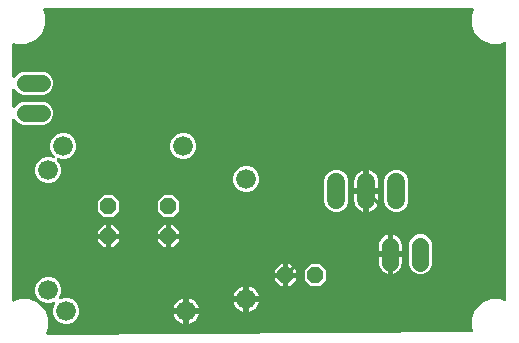
<source format=gbr>
G04 EAGLE Gerber RS-274X export*
G75*
%MOMM*%
%FSLAX34Y34*%
%LPD*%
%INBottom Copper*%
%IPPOS*%
%AMOC8*
5,1,8,0,0,1.08239X$1,22.5*%
G01*
%ADD10C,1.422400*%
%ADD11P,1.429621X8X292.500000*%
%ADD12P,1.429621X8X202.500000*%
%ADD13C,1.676400*%
%ADD14C,1.524000*%
%ADD15C,0.254000*%

G36*
X398638Y12469D02*
X398638Y12469D01*
X398684Y12475D01*
X398730Y12473D01*
X398841Y12496D01*
X398953Y12511D01*
X398996Y12528D01*
X399041Y12537D01*
X399143Y12587D01*
X399248Y12630D01*
X399285Y12657D01*
X399327Y12677D01*
X399413Y12751D01*
X399504Y12818D01*
X399534Y12854D01*
X399569Y12883D01*
X399634Y12976D01*
X399706Y13064D01*
X399725Y13106D01*
X399752Y13143D01*
X399792Y13249D01*
X399840Y13352D01*
X399848Y13398D01*
X399864Y13441D01*
X399877Y13554D01*
X399898Y13665D01*
X399895Y13711D01*
X399900Y13757D01*
X399884Y13869D01*
X399876Y13982D01*
X399862Y14026D01*
X399855Y14072D01*
X399803Y14224D01*
X398939Y16310D01*
X398939Y24330D01*
X402009Y31740D01*
X407680Y37411D01*
X415090Y40481D01*
X423110Y40481D01*
X426744Y38975D01*
X426792Y38962D01*
X426837Y38941D01*
X426945Y38921D01*
X427051Y38891D01*
X427101Y38891D01*
X427150Y38881D01*
X427259Y38888D01*
X427369Y38886D01*
X427417Y38898D01*
X427467Y38901D01*
X427571Y38935D01*
X427678Y38961D01*
X427722Y38984D01*
X427769Y38999D01*
X427862Y39058D01*
X427959Y39109D01*
X427996Y39143D01*
X428038Y39169D01*
X428113Y39249D01*
X428195Y39323D01*
X428222Y39365D01*
X428256Y39401D01*
X428309Y39497D01*
X428369Y39589D01*
X428386Y39636D01*
X428410Y39679D01*
X428437Y39786D01*
X428473Y39890D01*
X428477Y39939D01*
X428489Y39987D01*
X428499Y40148D01*
X428499Y257032D01*
X428493Y257081D01*
X428495Y257131D01*
X428473Y257238D01*
X428459Y257347D01*
X428441Y257394D01*
X428431Y257442D01*
X428383Y257541D01*
X428342Y257643D01*
X428313Y257683D01*
X428291Y257728D01*
X428220Y257811D01*
X428156Y257901D01*
X428117Y257932D01*
X428085Y257970D01*
X427995Y258033D01*
X427911Y258103D01*
X427866Y258125D01*
X427825Y258153D01*
X427722Y258192D01*
X427623Y258239D01*
X427574Y258248D01*
X427528Y258266D01*
X427418Y258278D01*
X427311Y258299D01*
X427261Y258296D01*
X427212Y258301D01*
X427103Y258286D01*
X426993Y258279D01*
X426946Y258264D01*
X426897Y258257D01*
X426744Y258205D01*
X423110Y256699D01*
X415090Y256699D01*
X407680Y259769D01*
X402009Y265440D01*
X398939Y272850D01*
X398939Y280870D01*
X400718Y285164D01*
X400731Y285212D01*
X400752Y285257D01*
X400773Y285365D01*
X400802Y285471D01*
X400803Y285521D01*
X400812Y285570D01*
X400805Y285679D01*
X400807Y285789D01*
X400795Y285837D01*
X400792Y285887D01*
X400758Y285991D01*
X400733Y286098D01*
X400710Y286142D01*
X400694Y286189D01*
X400635Y286282D01*
X400584Y286379D01*
X400551Y286416D01*
X400524Y286458D01*
X400444Y286533D01*
X400370Y286615D01*
X400329Y286642D01*
X400292Y286676D01*
X400196Y286729D01*
X400104Y286789D01*
X400057Y286806D01*
X400014Y286830D01*
X399908Y286857D01*
X399804Y286893D01*
X399754Y286897D01*
X399706Y286909D01*
X399545Y286919D01*
X37335Y286919D01*
X37285Y286913D01*
X37236Y286915D01*
X37128Y286893D01*
X37019Y286879D01*
X36973Y286861D01*
X36924Y286851D01*
X36826Y286803D01*
X36723Y286762D01*
X36683Y286733D01*
X36639Y286711D01*
X36555Y286640D01*
X36466Y286576D01*
X36434Y286537D01*
X36397Y286505D01*
X36333Y286415D01*
X36263Y286331D01*
X36242Y286286D01*
X36214Y286245D01*
X36175Y286142D01*
X36128Y286043D01*
X36118Y285994D01*
X36101Y285948D01*
X36089Y285838D01*
X36068Y285731D01*
X36071Y285681D01*
X36066Y285632D01*
X36081Y285523D01*
X36088Y285413D01*
X36103Y285366D01*
X36110Y285317D01*
X36162Y285164D01*
X37941Y280870D01*
X37941Y272850D01*
X34871Y265440D01*
X29200Y259769D01*
X21790Y256699D01*
X13770Y256699D01*
X11916Y257467D01*
X11868Y257480D01*
X11823Y257502D01*
X11715Y257522D01*
X11609Y257551D01*
X11559Y257552D01*
X11510Y257561D01*
X11401Y257555D01*
X11291Y257556D01*
X11243Y257545D01*
X11193Y257542D01*
X11089Y257508D01*
X10982Y257482D01*
X10938Y257459D01*
X10891Y257444D01*
X10798Y257385D01*
X10701Y257333D01*
X10664Y257300D01*
X10622Y257273D01*
X10547Y257193D01*
X10465Y257119D01*
X10438Y257078D01*
X10404Y257042D01*
X10351Y256946D01*
X10291Y256854D01*
X10274Y256807D01*
X10250Y256763D01*
X10223Y256657D01*
X10187Y256553D01*
X10183Y256503D01*
X10171Y256455D01*
X10161Y256295D01*
X10161Y229372D01*
X10169Y229302D01*
X10168Y229233D01*
X10189Y229145D01*
X10201Y229056D01*
X10226Y228991D01*
X10243Y228923D01*
X10285Y228844D01*
X10318Y228760D01*
X10359Y228704D01*
X10391Y228642D01*
X10452Y228576D01*
X10504Y228503D01*
X10558Y228458D01*
X10605Y228407D01*
X10680Y228358D01*
X10749Y228300D01*
X10813Y228270D01*
X10871Y228232D01*
X10956Y228203D01*
X11037Y228165D01*
X11106Y228152D01*
X11172Y228129D01*
X11261Y228122D01*
X11349Y228105D01*
X11419Y228109D01*
X11489Y228104D01*
X11577Y228119D01*
X11667Y228125D01*
X11733Y228146D01*
X11802Y228158D01*
X11884Y228195D01*
X11969Y228223D01*
X12028Y228260D01*
X12092Y228289D01*
X12162Y228345D01*
X12238Y228393D01*
X12286Y228444D01*
X12340Y228487D01*
X12394Y228559D01*
X12456Y228625D01*
X12490Y228686D01*
X12532Y228741D01*
X12603Y228886D01*
X12645Y228988D01*
X15360Y231703D01*
X18908Y233173D01*
X36972Y233173D01*
X40520Y231703D01*
X43235Y228988D01*
X44705Y225440D01*
X44705Y221600D01*
X43235Y218052D01*
X40520Y215337D01*
X36972Y213867D01*
X18908Y213867D01*
X15360Y215337D01*
X12645Y218052D01*
X12603Y218154D01*
X12568Y218215D01*
X12542Y218280D01*
X12490Y218352D01*
X12445Y218430D01*
X12397Y218480D01*
X12356Y218537D01*
X12286Y218594D01*
X12224Y218659D01*
X12164Y218695D01*
X12111Y218740D01*
X12029Y218778D01*
X11953Y218825D01*
X11886Y218846D01*
X11823Y218875D01*
X11735Y218892D01*
X11649Y218919D01*
X11579Y218922D01*
X11510Y218935D01*
X11421Y218929D01*
X11331Y218934D01*
X11263Y218920D01*
X11193Y218915D01*
X11108Y218888D01*
X11020Y218869D01*
X10957Y218839D01*
X10891Y218817D01*
X10815Y218769D01*
X10734Y218730D01*
X10681Y218684D01*
X10622Y218647D01*
X10560Y218582D01*
X10492Y218523D01*
X10452Y218466D01*
X10404Y218415D01*
X10361Y218337D01*
X10309Y218263D01*
X10284Y218198D01*
X10250Y218137D01*
X10228Y218050D01*
X10196Y217966D01*
X10188Y217897D01*
X10171Y217829D01*
X10161Y217668D01*
X10161Y203972D01*
X10169Y203902D01*
X10168Y203833D01*
X10189Y203745D01*
X10201Y203656D01*
X10226Y203591D01*
X10243Y203523D01*
X10285Y203444D01*
X10318Y203360D01*
X10359Y203304D01*
X10391Y203242D01*
X10452Y203176D01*
X10504Y203103D01*
X10558Y203058D01*
X10605Y203007D01*
X10680Y202958D01*
X10749Y202900D01*
X10813Y202870D01*
X10871Y202832D01*
X10956Y202803D01*
X11037Y202765D01*
X11106Y202752D01*
X11172Y202729D01*
X11261Y202722D01*
X11349Y202705D01*
X11419Y202709D01*
X11489Y202704D01*
X11577Y202719D01*
X11667Y202725D01*
X11733Y202746D01*
X11802Y202758D01*
X11884Y202795D01*
X11969Y202823D01*
X12028Y202860D01*
X12092Y202889D01*
X12162Y202945D01*
X12238Y202993D01*
X12286Y203044D01*
X12340Y203087D01*
X12394Y203159D01*
X12456Y203225D01*
X12490Y203286D01*
X12532Y203341D01*
X12603Y203486D01*
X12645Y203588D01*
X15360Y206303D01*
X18908Y207773D01*
X36972Y207773D01*
X40520Y206303D01*
X43235Y203588D01*
X44705Y200040D01*
X44705Y196200D01*
X43235Y192652D01*
X40520Y189937D01*
X36972Y188467D01*
X18908Y188467D01*
X15360Y189937D01*
X12645Y192652D01*
X12603Y192754D01*
X12568Y192815D01*
X12542Y192880D01*
X12490Y192952D01*
X12445Y193030D01*
X12397Y193080D01*
X12356Y193137D01*
X12286Y193194D01*
X12224Y193259D01*
X12164Y193295D01*
X12111Y193340D01*
X12029Y193378D01*
X11953Y193425D01*
X11886Y193446D01*
X11823Y193475D01*
X11735Y193492D01*
X11649Y193519D01*
X11579Y193522D01*
X11510Y193535D01*
X11421Y193529D01*
X11331Y193534D01*
X11263Y193520D01*
X11193Y193515D01*
X11108Y193488D01*
X11020Y193469D01*
X10957Y193439D01*
X10891Y193417D01*
X10815Y193369D01*
X10734Y193330D01*
X10681Y193284D01*
X10622Y193247D01*
X10560Y193182D01*
X10492Y193123D01*
X10452Y193066D01*
X10404Y193015D01*
X10361Y192937D01*
X10309Y192863D01*
X10284Y192798D01*
X10250Y192737D01*
X10228Y192650D01*
X10196Y192566D01*
X10188Y192497D01*
X10171Y192429D01*
X10161Y192268D01*
X10161Y39833D01*
X10167Y39784D01*
X10165Y39734D01*
X10187Y39627D01*
X10201Y39518D01*
X10219Y39471D01*
X10229Y39423D01*
X10277Y39324D01*
X10318Y39222D01*
X10347Y39182D01*
X10369Y39137D01*
X10440Y39054D01*
X10504Y38965D01*
X10543Y38933D01*
X10575Y38895D01*
X10665Y38832D01*
X10749Y38762D01*
X10794Y38741D01*
X10835Y38712D01*
X10938Y38673D01*
X11037Y38626D01*
X11086Y38617D01*
X11132Y38599D01*
X11242Y38587D01*
X11349Y38567D01*
X11399Y38570D01*
X11448Y38564D01*
X11557Y38580D01*
X11667Y38586D01*
X11714Y38602D01*
X11763Y38609D01*
X11916Y38661D01*
X16310Y40481D01*
X24330Y40481D01*
X31740Y37411D01*
X37411Y31740D01*
X40481Y24330D01*
X40481Y16310D01*
X38756Y12147D01*
X38742Y12096D01*
X38720Y12047D01*
X38701Y11943D01*
X38673Y11840D01*
X38672Y11787D01*
X38662Y11735D01*
X38669Y11629D01*
X38667Y11522D01*
X38680Y11470D01*
X38684Y11417D01*
X38717Y11316D01*
X38742Y11213D01*
X38767Y11166D01*
X38783Y11115D01*
X38841Y11026D01*
X38890Y10932D01*
X38926Y10893D01*
X38955Y10848D01*
X39033Y10775D01*
X39104Y10697D01*
X39149Y10667D01*
X39188Y10631D01*
X39281Y10580D01*
X39370Y10522D01*
X39420Y10505D01*
X39467Y10479D01*
X39570Y10453D01*
X39671Y10419D01*
X39724Y10414D01*
X39776Y10401D01*
X39936Y10392D01*
X398638Y12469D01*
G37*
%LPC*%
G36*
X53707Y19557D02*
X53707Y19557D01*
X49693Y21220D01*
X46620Y24293D01*
X44957Y28307D01*
X44957Y32653D01*
X46571Y36549D01*
X46608Y36683D01*
X46649Y36816D01*
X46650Y36836D01*
X46655Y36856D01*
X46657Y36995D01*
X46664Y37133D01*
X46660Y37153D01*
X46660Y37174D01*
X46628Y37309D01*
X46600Y37445D01*
X46591Y37463D01*
X46586Y37483D01*
X46521Y37606D01*
X46460Y37731D01*
X46447Y37746D01*
X46437Y37764D01*
X46344Y37867D01*
X46254Y37973D01*
X46237Y37984D01*
X46223Y37999D01*
X46107Y38076D01*
X45993Y38156D01*
X45975Y38163D01*
X45958Y38174D01*
X45826Y38219D01*
X45696Y38268D01*
X45676Y38271D01*
X45657Y38277D01*
X45518Y38288D01*
X45380Y38304D01*
X45360Y38301D01*
X45340Y38302D01*
X45203Y38279D01*
X45065Y38259D01*
X45039Y38250D01*
X45026Y38248D01*
X45008Y38240D01*
X44913Y38207D01*
X42813Y37337D01*
X38467Y37337D01*
X34453Y39000D01*
X31380Y42073D01*
X29717Y46087D01*
X29717Y50433D01*
X31380Y54447D01*
X34453Y57520D01*
X38467Y59183D01*
X42813Y59183D01*
X46827Y57520D01*
X49900Y54447D01*
X51563Y50433D01*
X51563Y46087D01*
X49949Y42191D01*
X49912Y42057D01*
X49871Y41924D01*
X49870Y41904D01*
X49865Y41884D01*
X49863Y41745D01*
X49856Y41607D01*
X49860Y41587D01*
X49860Y41566D01*
X49892Y41430D01*
X49920Y41295D01*
X49929Y41277D01*
X49934Y41257D01*
X50000Y41133D01*
X50060Y41009D01*
X50073Y40994D01*
X50083Y40976D01*
X50176Y40873D01*
X50267Y40767D01*
X50283Y40756D01*
X50297Y40741D01*
X50413Y40664D01*
X50527Y40584D01*
X50545Y40577D01*
X50562Y40566D01*
X50694Y40521D01*
X50824Y40472D01*
X50844Y40469D01*
X50863Y40463D01*
X51002Y40452D01*
X51140Y40436D01*
X51160Y40439D01*
X51180Y40438D01*
X51317Y40461D01*
X51455Y40481D01*
X51481Y40490D01*
X51494Y40492D01*
X51512Y40500D01*
X51607Y40533D01*
X53707Y41403D01*
X58053Y41403D01*
X62067Y39740D01*
X65140Y36667D01*
X66803Y32653D01*
X66803Y28307D01*
X65140Y24293D01*
X62067Y21220D01*
X58053Y19557D01*
X53707Y19557D01*
G37*
%LPD*%
%LPC*%
G36*
X38467Y138937D02*
X38467Y138937D01*
X34453Y140600D01*
X31380Y143673D01*
X29717Y147687D01*
X29717Y152033D01*
X31380Y156047D01*
X34453Y159120D01*
X38467Y160783D01*
X42813Y160783D01*
X44561Y160058D01*
X44628Y160040D01*
X44692Y160012D01*
X44781Y159998D01*
X44868Y159975D01*
X44938Y159973D01*
X45007Y159962D01*
X45096Y159971D01*
X45186Y159969D01*
X45254Y159986D01*
X45323Y159992D01*
X45408Y160023D01*
X45495Y160044D01*
X45557Y160076D01*
X45622Y160100D01*
X45697Y160150D01*
X45776Y160192D01*
X45828Y160239D01*
X45886Y160278D01*
X45945Y160346D01*
X46012Y160406D01*
X46050Y160465D01*
X46096Y160517D01*
X46137Y160597D01*
X46186Y160672D01*
X46209Y160738D01*
X46241Y160800D01*
X46260Y160888D01*
X46290Y160973D01*
X46295Y161042D01*
X46310Y161110D01*
X46308Y161200D01*
X46315Y161290D01*
X46303Y161359D01*
X46301Y161428D01*
X46276Y161515D01*
X46260Y161603D01*
X46232Y161667D01*
X46212Y161734D01*
X46167Y161811D01*
X46130Y161893D01*
X46086Y161948D01*
X46051Y162008D01*
X45944Y162129D01*
X44080Y163993D01*
X42417Y168007D01*
X42417Y172353D01*
X44080Y176367D01*
X47153Y179440D01*
X51167Y181103D01*
X55513Y181103D01*
X59527Y179440D01*
X62600Y176367D01*
X64263Y172353D01*
X64263Y168007D01*
X62600Y163993D01*
X59527Y160920D01*
X55513Y159257D01*
X51167Y159257D01*
X49419Y159982D01*
X49352Y160000D01*
X49288Y160028D01*
X49199Y160042D01*
X49112Y160065D01*
X49042Y160067D01*
X48973Y160078D01*
X48884Y160069D01*
X48794Y160071D01*
X48726Y160054D01*
X48657Y160048D01*
X48572Y160017D01*
X48485Y159996D01*
X48423Y159964D01*
X48358Y159940D01*
X48283Y159890D01*
X48204Y159848D01*
X48152Y159801D01*
X48094Y159762D01*
X48035Y159694D01*
X47968Y159634D01*
X47930Y159575D01*
X47884Y159523D01*
X47843Y159443D01*
X47794Y159368D01*
X47771Y159302D01*
X47739Y159240D01*
X47720Y159152D01*
X47690Y159067D01*
X47685Y158998D01*
X47670Y158930D01*
X47672Y158840D01*
X47665Y158750D01*
X47677Y158681D01*
X47679Y158612D01*
X47704Y158525D01*
X47720Y158437D01*
X47748Y158373D01*
X47768Y158306D01*
X47813Y158229D01*
X47850Y158147D01*
X47894Y158092D01*
X47929Y158032D01*
X48036Y157911D01*
X49900Y156047D01*
X51563Y152033D01*
X51563Y147687D01*
X49900Y143673D01*
X46827Y140600D01*
X42813Y138937D01*
X38467Y138937D01*
G37*
%LPD*%
%LPC*%
G36*
X333259Y114299D02*
X333259Y114299D01*
X329524Y115846D01*
X326666Y118704D01*
X325119Y122439D01*
X325119Y141721D01*
X326666Y145456D01*
X329524Y148314D01*
X333259Y149861D01*
X337301Y149861D01*
X341036Y148314D01*
X343894Y145456D01*
X345441Y141721D01*
X345441Y122439D01*
X343894Y118704D01*
X341036Y115846D01*
X337301Y114299D01*
X333259Y114299D01*
G37*
%LPD*%
%LPC*%
G36*
X282459Y114299D02*
X282459Y114299D01*
X278724Y115846D01*
X275866Y118704D01*
X274319Y122439D01*
X274319Y141721D01*
X275866Y145456D01*
X278724Y148314D01*
X282459Y149861D01*
X286501Y149861D01*
X290236Y148314D01*
X293094Y145456D01*
X294641Y141721D01*
X294641Y122439D01*
X293094Y118704D01*
X290236Y115846D01*
X286501Y114299D01*
X282459Y114299D01*
G37*
%LPD*%
%LPC*%
G36*
X353680Y61975D02*
X353680Y61975D01*
X350132Y63445D01*
X347417Y66160D01*
X345947Y69708D01*
X345947Y87772D01*
X347417Y91320D01*
X350132Y94035D01*
X353680Y95505D01*
X357520Y95505D01*
X361068Y94035D01*
X363783Y91320D01*
X365253Y87772D01*
X365253Y69708D01*
X363783Y66160D01*
X361068Y63445D01*
X357520Y61975D01*
X353680Y61975D01*
G37*
%LPD*%
%LPC*%
G36*
X152767Y159257D02*
X152767Y159257D01*
X148753Y160920D01*
X145680Y163993D01*
X144017Y168007D01*
X144017Y172353D01*
X145680Y176367D01*
X148753Y179440D01*
X152767Y181103D01*
X157113Y181103D01*
X161127Y179440D01*
X164200Y176367D01*
X165863Y172353D01*
X165863Y168007D01*
X164200Y163993D01*
X161127Y160920D01*
X157113Y159257D01*
X152767Y159257D01*
G37*
%LPD*%
%LPC*%
G36*
X206107Y131317D02*
X206107Y131317D01*
X202093Y132980D01*
X199020Y136053D01*
X197357Y140067D01*
X197357Y144413D01*
X199020Y148427D01*
X202093Y151500D01*
X206107Y153163D01*
X210453Y153163D01*
X214467Y151500D01*
X217540Y148427D01*
X219203Y144413D01*
X219203Y140067D01*
X217540Y136053D01*
X214467Y132980D01*
X210453Y131317D01*
X206107Y131317D01*
G37*
%LPD*%
%LPC*%
G36*
X138452Y110235D02*
X138452Y110235D01*
X133095Y115592D01*
X133095Y123168D01*
X138452Y128525D01*
X146028Y128525D01*
X151385Y123168D01*
X151385Y115592D01*
X146028Y110235D01*
X138452Y110235D01*
G37*
%LPD*%
%LPC*%
G36*
X87652Y110235D02*
X87652Y110235D01*
X82295Y115592D01*
X82295Y123168D01*
X87652Y128525D01*
X95228Y128525D01*
X100585Y123168D01*
X100585Y115592D01*
X95228Y110235D01*
X87652Y110235D01*
G37*
%LPD*%
%LPC*%
G36*
X262912Y51815D02*
X262912Y51815D01*
X257555Y57172D01*
X257555Y64748D01*
X262912Y70105D01*
X270488Y70105D01*
X275845Y64748D01*
X275845Y57172D01*
X270488Y51815D01*
X262912Y51815D01*
G37*
%LPD*%
%LPC*%
G36*
X312419Y134619D02*
X312419Y134619D01*
X312419Y149559D01*
X313780Y149116D01*
X315205Y148390D01*
X316499Y147450D01*
X317630Y146319D01*
X318570Y145025D01*
X319296Y143600D01*
X319791Y142079D01*
X320041Y140500D01*
X320041Y134619D01*
X312419Y134619D01*
G37*
%LPD*%
%LPC*%
G36*
X312419Y129541D02*
X312419Y129541D01*
X320041Y129541D01*
X320041Y123660D01*
X319791Y122081D01*
X319296Y120560D01*
X318570Y119135D01*
X317630Y117841D01*
X316499Y116710D01*
X315205Y115770D01*
X313780Y115044D01*
X312419Y114601D01*
X312419Y129541D01*
G37*
%LPD*%
%LPC*%
G36*
X299719Y134619D02*
X299719Y134619D01*
X299719Y140500D01*
X299969Y142079D01*
X300464Y143600D01*
X301190Y145025D01*
X302130Y146319D01*
X303261Y147450D01*
X304555Y148390D01*
X305980Y149116D01*
X307341Y149559D01*
X307341Y134619D01*
X299719Y134619D01*
G37*
%LPD*%
%LPC*%
G36*
X305980Y115044D02*
X305980Y115044D01*
X304555Y115770D01*
X303261Y116710D01*
X302130Y117841D01*
X301190Y119135D01*
X300464Y120560D01*
X299969Y122081D01*
X299719Y123660D01*
X299719Y129541D01*
X307341Y129541D01*
X307341Y114601D01*
X305980Y115044D01*
G37*
%LPD*%
%LPC*%
G36*
X332485Y81025D02*
X332485Y81025D01*
X332485Y95259D01*
X333905Y94798D01*
X335259Y94108D01*
X336488Y93215D01*
X337563Y92140D01*
X338456Y90911D01*
X339146Y89557D01*
X339615Y88112D01*
X339853Y86612D01*
X339853Y81025D01*
X332485Y81025D01*
G37*
%LPD*%
%LPC*%
G36*
X332485Y76455D02*
X332485Y76455D01*
X339853Y76455D01*
X339853Y70868D01*
X339615Y69368D01*
X339146Y67923D01*
X338456Y66569D01*
X337563Y65340D01*
X336488Y64265D01*
X335259Y63372D01*
X333905Y62682D01*
X332485Y62221D01*
X332485Y76455D01*
G37*
%LPD*%
%LPC*%
G36*
X320547Y81025D02*
X320547Y81025D01*
X320547Y86612D01*
X320785Y88112D01*
X321254Y89557D01*
X321944Y90911D01*
X322837Y92140D01*
X323912Y93215D01*
X325141Y94108D01*
X326495Y94798D01*
X327915Y95259D01*
X327915Y81025D01*
X320547Y81025D01*
G37*
%LPD*%
%LPC*%
G36*
X326495Y62682D02*
X326495Y62682D01*
X325141Y63372D01*
X323912Y64265D01*
X322837Y65340D01*
X321944Y66569D01*
X321254Y67923D01*
X320785Y69368D01*
X320547Y70868D01*
X320547Y76455D01*
X327915Y76455D01*
X327915Y62221D01*
X326495Y62682D01*
G37*
%LPD*%
%LPC*%
G36*
X210819Y43179D02*
X210819Y43179D01*
X210819Y51297D01*
X210838Y51294D01*
X212473Y50763D01*
X214005Y49982D01*
X215396Y48971D01*
X216611Y47756D01*
X217622Y46365D01*
X218403Y44833D01*
X218934Y43198D01*
X218937Y43179D01*
X210819Y43179D01*
G37*
%LPD*%
%LPC*%
G36*
X160019Y33019D02*
X160019Y33019D01*
X160019Y41137D01*
X160038Y41134D01*
X161673Y40603D01*
X163205Y39822D01*
X164596Y38811D01*
X165811Y37596D01*
X166822Y36205D01*
X167603Y34673D01*
X168134Y33038D01*
X168137Y33019D01*
X160019Y33019D01*
G37*
%LPD*%
%LPC*%
G36*
X210819Y38101D02*
X210819Y38101D01*
X218937Y38101D01*
X218934Y38082D01*
X218403Y36447D01*
X217622Y34915D01*
X216611Y33524D01*
X215396Y32309D01*
X214005Y31298D01*
X212473Y30517D01*
X210838Y29986D01*
X210819Y29983D01*
X210819Y38101D01*
G37*
%LPD*%
%LPC*%
G36*
X197623Y43179D02*
X197623Y43179D01*
X197626Y43198D01*
X198157Y44833D01*
X198938Y46365D01*
X199949Y47756D01*
X201164Y48971D01*
X202555Y49982D01*
X204087Y50763D01*
X205722Y51294D01*
X205741Y51297D01*
X205741Y43179D01*
X197623Y43179D01*
G37*
%LPD*%
%LPC*%
G36*
X146823Y33019D02*
X146823Y33019D01*
X146826Y33038D01*
X147357Y34673D01*
X148138Y36205D01*
X149149Y37596D01*
X150364Y38811D01*
X151755Y39822D01*
X153287Y40603D01*
X154922Y41134D01*
X154941Y41137D01*
X154941Y33019D01*
X146823Y33019D01*
G37*
%LPD*%
%LPC*%
G36*
X160019Y27941D02*
X160019Y27941D01*
X168137Y27941D01*
X168134Y27922D01*
X167603Y26287D01*
X166822Y24755D01*
X165811Y23364D01*
X164596Y22149D01*
X163205Y21138D01*
X161673Y20357D01*
X160038Y19826D01*
X160019Y19823D01*
X160019Y27941D01*
G37*
%LPD*%
%LPC*%
G36*
X205722Y29986D02*
X205722Y29986D01*
X204087Y30517D01*
X202555Y31298D01*
X201164Y32309D01*
X199949Y33524D01*
X198938Y34915D01*
X198157Y36447D01*
X197626Y38082D01*
X197623Y38101D01*
X205741Y38101D01*
X205741Y29983D01*
X205722Y29986D01*
G37*
%LPD*%
%LPC*%
G36*
X154922Y19826D02*
X154922Y19826D01*
X153287Y20357D01*
X151755Y21138D01*
X150364Y22149D01*
X149149Y23364D01*
X148138Y24755D01*
X147357Y26287D01*
X146826Y27922D01*
X146823Y27941D01*
X154941Y27941D01*
X154941Y19823D01*
X154922Y19826D01*
G37*
%LPD*%
%LPC*%
G36*
X144271Y96011D02*
X144271Y96011D01*
X144271Y103125D01*
X146028Y103125D01*
X151385Y97768D01*
X151385Y96011D01*
X144271Y96011D01*
G37*
%LPD*%
%LPC*%
G36*
X93471Y96011D02*
X93471Y96011D01*
X93471Y103125D01*
X95228Y103125D01*
X100585Y97768D01*
X100585Y96011D01*
X93471Y96011D01*
G37*
%LPD*%
%LPC*%
G36*
X243331Y62991D02*
X243331Y62991D01*
X243331Y70105D01*
X245088Y70105D01*
X250445Y64748D01*
X250445Y62991D01*
X243331Y62991D01*
G37*
%LPD*%
%LPC*%
G36*
X232155Y62991D02*
X232155Y62991D01*
X232155Y64748D01*
X237512Y70105D01*
X239269Y70105D01*
X239269Y62991D01*
X232155Y62991D01*
G37*
%LPD*%
%LPC*%
G36*
X133095Y96011D02*
X133095Y96011D01*
X133095Y97768D01*
X138452Y103125D01*
X140209Y103125D01*
X140209Y96011D01*
X133095Y96011D01*
G37*
%LPD*%
%LPC*%
G36*
X82295Y96011D02*
X82295Y96011D01*
X82295Y97768D01*
X87652Y103125D01*
X89409Y103125D01*
X89409Y96011D01*
X82295Y96011D01*
G37*
%LPD*%
%LPC*%
G36*
X93471Y84835D02*
X93471Y84835D01*
X93471Y91949D01*
X100585Y91949D01*
X100585Y90192D01*
X95228Y84835D01*
X93471Y84835D01*
G37*
%LPD*%
%LPC*%
G36*
X144271Y84835D02*
X144271Y84835D01*
X144271Y91949D01*
X151385Y91949D01*
X151385Y90192D01*
X146028Y84835D01*
X144271Y84835D01*
G37*
%LPD*%
%LPC*%
G36*
X243331Y51815D02*
X243331Y51815D01*
X243331Y58929D01*
X250445Y58929D01*
X250445Y57172D01*
X245088Y51815D01*
X243331Y51815D01*
G37*
%LPD*%
%LPC*%
G36*
X87652Y84835D02*
X87652Y84835D01*
X82295Y90192D01*
X82295Y91949D01*
X89409Y91949D01*
X89409Y84835D01*
X87652Y84835D01*
G37*
%LPD*%
%LPC*%
G36*
X237512Y51815D02*
X237512Y51815D01*
X232155Y57172D01*
X232155Y58929D01*
X239269Y58929D01*
X239269Y51815D01*
X237512Y51815D01*
G37*
%LPD*%
%LPC*%
G36*
X138452Y84835D02*
X138452Y84835D01*
X133095Y90192D01*
X133095Y91949D01*
X140209Y91949D01*
X140209Y84835D01*
X138452Y84835D01*
G37*
%LPD*%
%LPC*%
G36*
X309879Y132079D02*
X309879Y132079D01*
X309879Y132081D01*
X309881Y132081D01*
X309881Y132079D01*
X309879Y132079D01*
G37*
%LPD*%
%LPC*%
G36*
X157479Y30479D02*
X157479Y30479D01*
X157479Y30481D01*
X157481Y30481D01*
X157481Y30479D01*
X157479Y30479D01*
G37*
%LPD*%
%LPC*%
G36*
X208279Y40639D02*
X208279Y40639D01*
X208279Y40641D01*
X208281Y40641D01*
X208281Y40639D01*
X208279Y40639D01*
G37*
%LPD*%
D10*
X355600Y85852D02*
X355600Y71628D01*
X330200Y71628D02*
X330200Y85852D01*
D11*
X91440Y119380D03*
X91440Y93980D03*
X142240Y119380D03*
X142240Y93980D03*
D12*
X266700Y60960D03*
X241300Y60960D03*
D13*
X53340Y170180D03*
X154940Y170180D03*
X208280Y40640D03*
X208280Y142240D03*
X55880Y30480D03*
X157480Y30480D03*
X40640Y48260D03*
X40640Y149860D03*
D14*
X284480Y139700D02*
X284480Y124460D01*
X309880Y124460D02*
X309880Y139700D01*
X335280Y139700D02*
X335280Y124460D01*
D10*
X35052Y223520D02*
X20828Y223520D01*
X20828Y198120D02*
X35052Y198120D01*
D15*
X330200Y111760D02*
X330200Y78740D01*
X330200Y111760D02*
X309880Y132080D01*
X330200Y78740D02*
X259080Y78740D01*
X241300Y60960D01*
M02*

</source>
